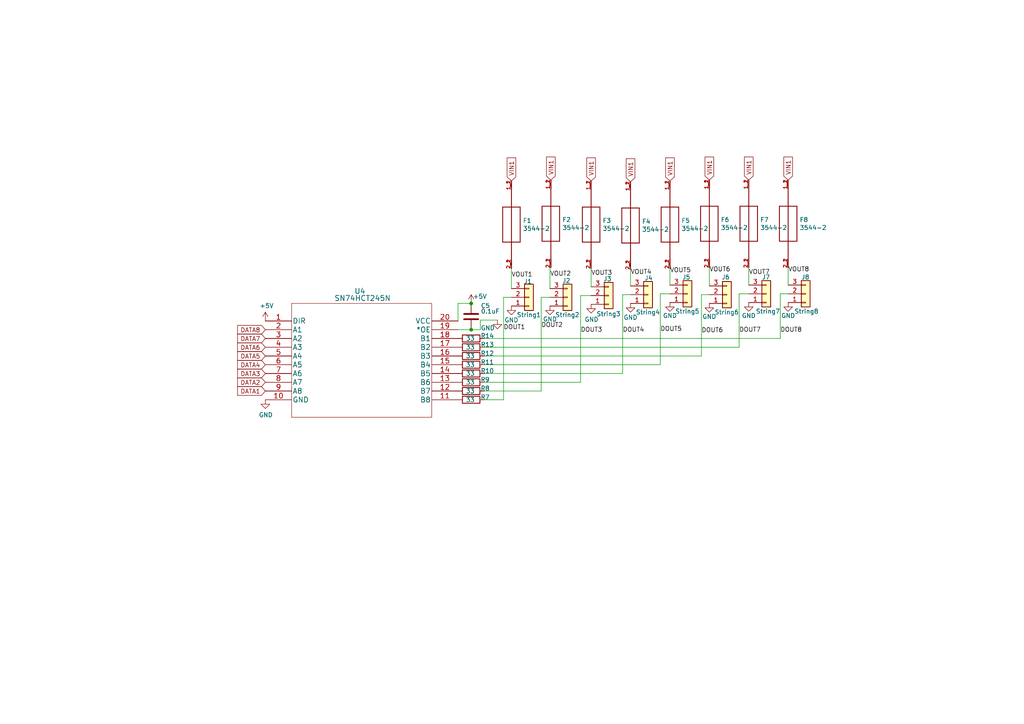
<source format=kicad_sch>
(kicad_sch (version 20211123) (generator eeschema)
  (paper "A4")
  (title_block (title "PB 16") (date "2022-05-26") (rev "v2.1") (company "Scott Hanson"))
  (lib_symbols
    (symbol "Connector_Generic:Conn_01x03" (pin_names (offset 1.016) hide)
      (property "Reference" "J" (at 0 5.08 0))
      (property "Value" "Conn_01x03" (at 0 -5.08 0))
      (symbol "Conn_01x03_1_1"
        (rectangle (start -1.27 -2.413) (end 0 -2.667) (stroke (width 0.1524)))
        (rectangle (start -1.27 0.127) (end 0 -0.127) (stroke (width 0.1524)))
        (rectangle (start -1.27 2.667) (end 0 2.413) (stroke (width 0.1524)))
        (rectangle (start -1.27 3.81) (end 1.27 -3.81) (stroke (width 0.254)) (fill (type background)))
        (pin passive line (at -5.08 2.54 0) (length 3.81) (name "Pin_1") (number "1"))
        (pin passive line (at -5.08 0 0) (length 3.81) (name "Pin_2") (number "2"))
        (pin passive line (at -5.08 -2.54 0) (length 3.81) (name "Pin_3") (number "3"))
      )
    )
    (symbol "Device:R" (pin_numbers hide) (pin_names (offset 0))
      (property "Reference" "R" (at 2.032 0 90))
      (property "Value" "R" (at 0 0 90))
      (symbol "R_0_1"
        (rectangle (start -1.016 -2.54) (end 1.016 2.54) (stroke (width 0.254)))
      )
      (symbol "R_1_1"
        (pin passive line (at 0 3.81 270) (length 1.27) (name "~") (number "1"))
        (pin passive line (at 0 -3.81 90) (length 1.27) (name "~") (number "2"))
      )
    )
    (symbol "PB_16-rescue:3544-2-Keystone_Fuse" (pin_names (offset 1.016) hide)
      (property "Reference" "F" (at -5.08 3.302 0))
      (property "Value" "3544-2-Keystone_Fuse" (at -5.08 -5.08 0))
      (symbol "3544-2-Keystone_Fuse_0_0"
        (polyline (pts (xy -12.7 0) (xy 12.7 0)) (stroke (width 0.254)))
        (polyline (pts (xy -5.08 -2.54) (xy -5.08 2.54)) (stroke (width 0.254)))
        (polyline (pts (xy -5.08 2.54) (xy 5.08 2.54)) (stroke (width 0.254)))
        (polyline (pts (xy 5.08 -2.54) (xy -5.08 -2.54)) (stroke (width 0.254)))
        (polyline (pts (xy 5.08 2.54) (xy 5.08 -2.54)) (stroke (width 0.254)))
        (pin passive line (at -12.7 0 0) (length 2.54) (name "1") (number "1_1"))
        (pin passive line (at -12.7 0 0) (length 2.54) (name "1") (number "1_2"))
        (pin passive line (at 12.7 0 180) (length 2.54) (name "2") (number "2_1"))
        (pin passive line (at 12.7 0 180) (length 2.54) (name "2") (number "2_2"))
      )
    )
    (symbol "PB_16-rescue:C-Device" (pin_numbers hide) (pin_names (offset 0.254))
      (property "Reference" "C" (at 0.635 2.54 0))
      (property "Value" "C-Device" (at 0.635 -2.54 0))
      (symbol "C-Device_0_1"
        (polyline (pts (xy -2.032 -0.762) (xy 2.032 -0.762)) (stroke (width 0.508)))
        (polyline (pts (xy -2.032 0.762) (xy 2.032 0.762)) (stroke (width 0.508)))
      )
      (symbol "C-Device_1_1"
        (pin passive line (at 0 3.81 270) (length 2.794) (name "~") (number "1"))
        (pin passive line (at 0 -3.81 90) (length 2.794) (name "~") (number "2"))
      )
    )
    (symbol "PB_16-rescue:SN74HCT245N-SN74HCT245N" (pin_names (offset 0.254))
      (property "Reference" "U" (at 27.94 10.16 0))
      (property "Value" "SN74HCT245N-SN74HCT245N" (at 27.94 7.62 0))
      (symbol "SN74HCT245N-SN74HCT245N_1_0"
        (polyline (pts (xy 7.62 -27.94) (xy 48.26 -27.94)) (stroke (width 0.127)))
        (polyline (pts (xy 7.62 5.08) (xy 7.62 -27.94)) (stroke (width 0.127)))
        (polyline (pts (xy 48.26 -27.94) (xy 48.26 5.08)) (stroke (width 0.127)))
        (polyline (pts (xy 48.26 5.08) (xy 7.62 5.08)) (stroke (width 0.127)))
        (pin input line (at 0 0 0) (length 7.62) (name "DIR") (number "1"))
        (pin power_in line (at 0 -22.86 0) (length 7.62) (name "GND") (number "10"))
        (pin bidirectional line (at 55.88 -22.86 180) (length 7.62) (name "B8") (number "11"))
        (pin bidirectional line (at 55.88 -20.32 180) (length 7.62) (name "B7") (number "12"))
        (pin bidirectional line (at 55.88 -17.78 180) (length 7.62) (name "B6") (number "13"))
        (pin bidirectional line (at 55.88 -15.24 180) (length 7.62) (name "B5") (number "14"))
        (pin bidirectional line (at 55.88 -12.7 180) (length 7.62) (name "B4") (number "15"))
        (pin bidirectional line (at 55.88 -10.16 180) (length 7.62) (name "B3") (number "16"))
        (pin bidirectional line (at 55.88 -7.62 180) (length 7.62) (name "B2") (number "17"))
        (pin bidirectional line (at 55.88 -5.08 180) (length 7.62) (name "B1") (number "18"))
        (pin input line (at 55.88 -2.54 180) (length 7.62) (name "*OE") (number "19"))
        (pin bidirectional line (at 0 -2.54 0) (length 7.62) (name "A1") (number "2"))
        (pin power_in line (at 55.88 0 180) (length 7.62) (name "VCC") (number "20"))
        (pin bidirectional line (at 0 -5.08 0) (length 7.62) (name "A2") (number "3"))
        (pin bidirectional line (at 0 -7.62 0) (length 7.62) (name "A3") (number "4"))
        (pin bidirectional line (at 0 -10.16 0) (length 7.62) (name "A4") (number "5"))
        (pin bidirectional line (at 0 -12.7 0) (length 7.62) (name "A5") (number "6"))
        (pin bidirectional line (at 0 -15.24 0) (length 7.62) (name "A6") (number "7"))
        (pin bidirectional line (at 0 -17.78 0) (length 7.62) (name "A7") (number "8"))
        (pin bidirectional line (at 0 -20.32 0) (length 7.62) (name "A8") (number "9"))
      )
    )
    (symbol "power:+5V" (power) (pin_names (offset 0))
      (property "Value" "+5V" (at 0 3.556 0))
      (symbol "+5V_0_1"
        (polyline (pts (xy -0.762 1.27) (xy 0 2.54)))
        (polyline (pts (xy 0 0) (xy 0 2.54)))
        (polyline (pts (xy 0 2.54) (xy 0.762 1.27)))
      )
      (symbol "+5V_1_1"
        (pin power_in line (at 0 0 90) (length 0) hide (name "+5V") (number "1"))
      )
    )
    (symbol "power:GND" (power) (pin_names (offset 0))
      (property "Value" "GND" (at 0 -3.81 0))
      (symbol "GND_0_1"
        (polyline (pts (xy 0 0) (xy 0 -1.27) (xy 1.27 -1.27) (xy 0 -2.54) (xy -1.27 -1.27) (xy 0 -1.27)))
      )
      (symbol "GND_1_1"
        (pin power_in line (at 0 0 270) (length 0) hide (name "GND") (number "1"))
      )
    )
  )
  (junction (at 136.652 88.011))
  (junction (at 136.652 95.631))
  (wire (pts (xy 140.462 110.871) (xy 168.402 110.871)))
  (wire (pts (xy 180.594 108.331) (xy 140.462 108.331)))
  (wire (pts (xy 146.05 115.951) (xy 140.462 115.951)))
  (wire (pts (xy 146.05 86.233) (xy 148.336 86.233)))
  (wire (pts (xy 159.512 77.597) (xy 159.766 77.597)))
  (wire (pts (xy 159.512 86.233) (xy 156.972 86.233)))
  (wire (pts (xy 139.319 92.837) (xy 139.319 95.631)))
  (wire (pts (xy 136.652 88.011) (xy 132.842 88.011)))
  (wire (pts (xy 194.31 82.677) (xy 194.31 77.851)))
  (wire (pts (xy 214.376 85.217) (xy 214.376 100.711)))
  (wire (pts (xy 205.74 77.597) (xy 205.74 82.931)))
  (wire (pts (xy 180.594 85.471) (xy 180.594 108.331)))
  (wire (pts (xy 171.45 77.851) (xy 171.45 83.185)))
  (wire (pts (xy 136.652 95.631) (xy 132.842 95.631)))
  (wire (pts (xy 205.74 85.471) (xy 203.454 85.471)))
  (wire (pts (xy 194.31 85.217) (xy 191.516 85.217)))
  (wire (pts (xy 144.272 92.837) (xy 139.319 92.837)))
  (wire (pts (xy 159.512 83.693) (xy 159.512 77.597)))
  (wire (pts (xy 226.314 85.217) (xy 226.314 98.171)))
  (wire (pts (xy 217.17 77.597) (xy 217.17 82.677)))
  (wire (pts (xy 168.402 85.725) (xy 171.45 85.725)))
  (wire (pts (xy 140.462 105.791) (xy 191.516 105.791)))
  (wire (pts (xy 203.454 85.471) (xy 203.454 103.251)))
  (wire (pts (xy 140.462 103.251) (xy 203.454 103.251)))
  (wire (pts (xy 214.376 85.217) (xy 217.17 85.217)))
  (wire (pts (xy 132.842 88.011) (xy 132.842 93.091)))
  (wire (pts (xy 140.462 100.711) (xy 214.376 100.711)))
  (wire (pts (xy 140.462 98.171) (xy 226.314 98.171)))
  (wire (pts (xy 226.314 85.217) (xy 228.6 85.217)))
  (wire (pts (xy 228.6 82.677) (xy 228.6 77.597)))
  (wire (pts (xy 148.336 77.851) (xy 148.336 83.693)))
  (wire (pts (xy 182.88 85.471) (xy 180.594 85.471)))
  (wire (pts (xy 136.652 95.631) (xy 139.319 95.631)))
  (wire (pts (xy 168.402 110.871) (xy 168.402 85.725)))
  (wire (pts (xy 156.972 113.411) (xy 140.462 113.411)))
  (wire (pts (xy 191.516 85.217) (xy 191.516 105.791)))
  (wire (pts (xy 182.88 82.931) (xy 182.88 78.105)))
  (wire (pts (xy 146.05 86.233) (xy 146.05 115.951)))
  (wire (pts (xy 156.972 86.233) (xy 156.972 113.411)))
  (label "DOUT8" (at 226.314 96.647 0))
  (label "DOUT5" (at 191.516 96.393 0))
  (label "DOUT1" (at 146.05 95.885 0))
  (label "VOUT8" (at 228.6 79.121 0))
  (label "DOUT3" (at 168.402 96.647 0))
  (label "DOUT2" (at 156.972 95.25 0))
  (label "VOUT5" (at 194.31 79.375 0))
  (label "VOUT2" (at 159.512 80.391 0))
  (label "VOUT4" (at 182.88 79.883 0))
  (label "VOUT6" (at 205.74 79.121 0))
  (label "DOUT6" (at 203.454 96.774 0))
  (label "VOUT7" (at 217.17 79.883 0))
  (label "VOUT3" (at 171.45 80.137 0))
  (label "DOUT7" (at 214.376 96.647 0))
  (label "VOUT1" (at 148.336 80.645 0))
  (label "DOUT4" (at 180.594 96.647 0))
  (global_label "DATA1" (shape input) (at 76.962 113.411 180) (property "Intersheet References" "${INTERSHEET_REFS}" (effects hide)))
  (global_label "VIN1" (shape input) (at 159.766 52.197 90) (property "Intersheet References" "${INTERSHEET_REFS}" (effects hide)))
  (global_label "VIN1" (shape input) (at 148.336 52.451 90) (property "Intersheet References" "${INTERSHEET_REFS}" (effects hide)))
  (global_label "VIN1" (shape input) (at 171.45 52.451 90) (property "Intersheet References" "${INTERSHEET_REFS}" (effects hide)))
  (global_label "DATA3" (shape input) (at 76.962 108.331 180) (property "Intersheet References" "${INTERSHEET_REFS}" (effects hide)))
  (global_label "VIN1" (shape input) (at 228.6 52.197 90) (property "Intersheet References" "${INTERSHEET_REFS}" (effects hide)))
  (global_label "DATA4" (shape input) (at 76.962 105.791 180) (property "Intersheet References" "${INTERSHEET_REFS}" (effects hide)))
  (global_label "DATA2" (shape input) (at 76.962 110.871 180) (property "Intersheet References" "${INTERSHEET_REFS}" (effects hide)))
  (global_label "VIN1" (shape input) (at 205.74 52.197 90) (property "Intersheet References" "${INTERSHEET_REFS}" (effects hide)))
  (global_label "VIN1" (shape input) (at 217.17 52.197 90) (property "Intersheet References" "${INTERSHEET_REFS}" (effects hide)))
  (global_label "DATA5" (shape input) (at 76.962 103.251 180) (property "Intersheet References" "${INTERSHEET_REFS}" (effects hide)))
  (global_label "DATA7" (shape input) (at 76.962 98.171 180) (property "Intersheet References" "${INTERSHEET_REFS}" (effects hide)))
  (global_label "DATA6" (shape input) (at 76.962 100.711 180) (property "Intersheet References" "${INTERSHEET_REFS}" (effects hide)))
  (global_label "VIN1" (shape input) (at 194.31 52.451 90) (property "Intersheet References" "${INTERSHEET_REFS}" (effects hide)))
  (global_label "VIN1" (shape input) (at 182.88 52.705 90) (property "Intersheet References" "${INTERSHEET_REFS}" (effects hide)))
  (global_label "DATA8" (shape input) (at 76.962 95.631 180) (property "Intersheet References" "${INTERSHEET_REFS}" (effects hide)))
  (symbol (lib_id "Connector_Generic:Conn_01x03") (at 153.416 86.233 0) (mirror x) (unit 1)
    (property "Reference" "J1" (at 151.892 81.661 0) (effects (justify left)))
    (property "Value" "String1" (at 149.86 91.313 0) (effects (justify left)))
    (property "Footprint" "Connector_Phoenix_MC:PhoenixContact_MCV_1,5_3-G-3.5_1x03_P3.50mm_Vertical" (effects hide))
    (property "Digi-Key_PN" "277-5737-ND/ED10555-ND" (effects hide))
    (property "MPN" "1843619/OSTTJ0311530" (effects hide))
    (property "LCSC" "C192778" (effects hide))
  )
  (symbol (lib_id "Connector_Generic:Conn_01x03") (at 164.592 86.233 0) (mirror x) (unit 1)
    (property "Reference" "J2" (at 163.068 81.407 0) (effects (justify left)))
    (property "Value" "String2" (at 161.036 91.313 0) (effects (justify left)))
    (property "Footprint" "Connector_Phoenix_MC:PhoenixContact_MCV_1,5_3-G-3.5_1x03_P3.50mm_Vertical" (effects hide))
    (property "Digi-Key_PN" "277-5737-ND/ED10555-ND" (effects hide))
    (property "MPN" "1843619/OSTTJ0311530" (effects hide))
    (property "LCSC" "C192778" (effects hide))
  )
  (symbol (lib_id "Connector_Generic:Conn_01x03") (at 176.53 85.725 0) (mirror x) (unit 1)
    (property "Reference" "J3" (at 175.006 80.899 0) (effects (justify left)))
    (property "Value" "String3" (at 172.974 91.059 0) (effects (justify left)))
    (property "Footprint" "Connector_Phoenix_MC:PhoenixContact_MCV_1,5_3-G-3.5_1x03_P3.50mm_Vertical" (effects hide))
    (property "Digi-Key_PN" "277-5737-ND/ED10555-ND" (effects hide))
    (property "MPN" "1843619/OSTTJ0311530" (effects hide))
    (property "LCSC" "C192778" (effects hide))
  )
  (symbol (lib_id "Connector_Generic:Conn_01x03") (at 187.96 85.471 0) (mirror x) (unit 1)
    (property "Reference" "J4" (at 186.944 80.645 0) (effects (justify left)))
    (property "Value" "String4" (at 184.404 90.551 0) (effects (justify left)))
    (property "Footprint" "Connector_Phoenix_MC:PhoenixContact_MCV_1,5_3-G-3.5_1x03_P3.50mm_Vertical" (effects hide))
    (property "Digi-Key_PN" "277-5737-ND/ED10555-ND" (effects hide))
    (property "MPN" "1843619/OSTTJ0311530" (effects hide))
    (property "LCSC" "C192778" (effects hide))
  )
  (symbol (lib_id "Connector_Generic:Conn_01x03") (at 199.39 85.217 0) (mirror x) (unit 1)
    (property "Reference" "J5" (at 197.866 80.391 0) (effects (justify left)))
    (property "Value" "String5" (at 195.834 90.297 0) (effects (justify left)))
    (property "Footprint" "Connector_Phoenix_MC:PhoenixContact_MCV_1,5_3-G-3.5_1x03_P3.50mm_Vertical" (effects hide))
    (property "Digi-Key_PN" "277-5737-ND/ED10555-ND" (effects hide))
    (property "MPN" "1843619/OSTTJ0311530" (effects hide))
    (property "LCSC" "C192778" (effects hide))
  )
  (symbol (lib_id "Connector_Generic:Conn_01x03") (at 210.82 85.471 0) (mirror x) (unit 1)
    (property "Reference" "J6" (at 209.296 80.391 0) (effects (justify left)))
    (property "Value" "String6" (at 207.264 90.551 0) (effects (justify left)))
    (property "Footprint" "Connector_Phoenix_MC:PhoenixContact_MCV_1,5_3-G-3.5_1x03_P3.50mm_Vertical" (effects hide))
    (property "Digi-Key_PN" "277-5737-ND/ED10555-ND" (effects hide))
    (property "MPN" "1843619/OSTTJ0311530" (effects hide))
    (property "LCSC" "C192778" (effects hide))
  )
  (symbol (lib_id "Connector_Generic:Conn_01x03") (at 222.25 85.217 0) (mirror x) (unit 1)
    (property "Reference" "J7" (at 220.98 80.391 0) (effects (justify left)))
    (property "Value" "String7" (at 219.202 90.297 0) (effects (justify left)))
    (property "Footprint" "Connector_Phoenix_MC:PhoenixContact_MCV_1,5_3-G-3.5_1x03_P3.50mm_Vertical" (effects hide))
    (property "Digi-Key_PN" "277-5737-ND/ED10555-ND" (effects hide))
    (property "MPN" "1843619/OSTTJ0311530" (effects hide))
    (property "LCSC" "C192778" (effects hide))
  )
  (symbol (lib_id "Connector_Generic:Conn_01x03") (at 233.68 85.217 0) (mirror x) (unit 1)
    (property "Reference" "J8" (at 232.41 80.391 0) (effects (justify left)))
    (property "Value" "String8" (at 230.378 90.297 0) (effects (justify left)))
    (property "Footprint" "Connector_Phoenix_MC:PhoenixContact_MCV_1,5_3-G-3.5_1x03_P3.50mm_Vertical" (effects hide))
    (property "Digi-Key_PN" "277-5737-ND/ED10555-ND" (effects hide))
    (property "MPN" "1843619/OSTTJ0311530" (effects hide))
    (property "LCSC" "C192778" (effects hide))
  )
  (symbol (lib_id "power:GND") (at 148.336 88.773 0) (unit 1)
    (property "Reference" "#PWR049" (effects hide))
    (property "Value" "GND" (at 148.336 92.837 0))
  )
  (symbol (lib_id "power:GND") (at 159.512 88.773 0) (unit 1)
    (property "Reference" "#PWR050" (effects hide))
    (property "Value" "GND" (at 159.512 92.583 0))
  )
  (symbol (lib_id "power:GND") (at 171.45 88.265 0) (unit 1)
    (property "Reference" "#PWR051" (effects hide))
    (property "Value" "GND" (at 171.577 92.6592 0))
  )
  (symbol (lib_id "power:GND") (at 182.88 88.011 0) (unit 1)
    (property "Reference" "#PWR052" (effects hide))
    (property "Value" "GND" (at 182.88 92.075 0))
  )
  (symbol (lib_id "power:GND") (at 194.31 87.757 0) (unit 1)
    (property "Reference" "#PWR053" (effects hide))
    (property "Value" "GND" (at 194.31 91.567 0))
  )
  (symbol (lib_id "power:GND") (at 205.74 88.011 0) (unit 1)
    (property "Reference" "#PWR054" (effects hide))
    (property "Value" "GND" (at 205.74 91.821 0))
  )
  (symbol (lib_id "power:GND") (at 217.17 87.757 0) (unit 1)
    (property "Reference" "#PWR055" (effects hide))
    (property "Value" "GND" (at 217.17 91.567 0))
  )
  (symbol (lib_id "power:GND") (at 228.6 87.757 0) (unit 1)
    (property "Reference" "#PWR056" (effects hide))
    (property "Value" "GND" (at 228.6 91.567 0))
  )
  (symbol (lib_id "PB_16-rescue:3544-2-Keystone_Fuse") (at 159.766 64.897 270) (unit 1)
    (property "Reference" "F2" (at 163.068 63.7286 90) (effects (justify left)))
    (property "Value" "3544-2" (at 163.068 66.04 90) (effects (justify left)))
    (property "Footprint" "Keystone_Fuse:FUSE_3544-2" (effects hide))
    (property "Field4" "3544-2" (effects hide))
    (property "Field5" "None" (effects hide))
    (property "Field6" "Unavailable" (effects hide))
    (property "Field7" "Fuse Clip; 500 VAC; 30 A; PCB; For 0.110 in. x 0.032 in. mini blade fuses" (effects hide))
    (property "Field8" "Keystone Electronics" (effects hide))
    (property "Digi-Key_PN" "36-3544-2-ND" (effects hide))
    (property "MPN" "3544-2" (effects hide))
    (property "LCSC" "C492610" (effects hide))
  )
  (symbol (lib_id "PB_16-rescue:3544-2-Keystone_Fuse") (at 171.45 65.151 270) (unit 1)
    (property "Reference" "F3" (at 174.752 63.9826 90) (effects (justify left)))
    (property "Value" "3544-2" (at 174.752 66.294 90) (effects (justify left)))
    (property "Footprint" "Keystone_Fuse:FUSE_3544-2" (effects hide))
    (property "Field4" "3544-2" (effects hide))
    (property "Field5" "None" (effects hide))
    (property "Field6" "Unavailable" (effects hide))
    (property "Field7" "Fuse Clip; 500 VAC; 30 A; PCB; For 0.110 in. x 0.032 in. mini blade fuses" (effects hide))
    (property "Field8" "Keystone Electronics" (effects hide))
    (property "Digi-Key_PN" "36-3544-2-ND" (effects hide))
    (property "MPN" "3544-2" (effects hide))
    (property "LCSC" "C492610" (effects hide))
  )
  (symbol (lib_id "PB_16-rescue:3544-2-Keystone_Fuse") (at 182.88 65.405 270) (unit 1)
    (property "Reference" "F4" (at 186.182 64.2366 90) (effects (justify left)))
    (property "Value" "3544-2" (at 186.182 66.548 90) (effects (justify left)))
    (property "Footprint" "Keystone_Fuse:FUSE_3544-2" (effects hide))
    (property "Field4" "3544-2" (effects hide))
    (property "Field5" "None" (effects hide))
    (property "Field6" "Unavailable" (effects hide))
    (property "Field7" "Fuse Clip; 500 VAC; 30 A; PCB; For 0.110 in. x 0.032 in. mini blade fuses" (effects hide))
    (property "Field8" "Keystone Electronics" (effects hide))
    (property "Digi-Key_PN" "36-3544-2-ND" (effects hide))
    (property "MPN" "3544-2" (effects hide))
    (property "LCSC" "C492610" (effects hide))
  )
  (symbol (lib_id "PB_16-rescue:3544-2-Keystone_Fuse") (at 194.31 65.151 270) (unit 1)
    (property "Reference" "F5" (at 197.612 63.9826 90) (effects (justify left)))
    (property "Value" "3544-2" (at 197.612 66.294 90) (effects (justify left)))
    (property "Footprint" "Keystone_Fuse:FUSE_3544-2" (effects hide))
    (property "Field4" "3544-2" (effects hide))
    (property "Field5" "None" (effects hide))
    (property "Field6" "Unavailable" (effects hide))
    (property "Field7" "Fuse Clip; 500 VAC; 30 A; PCB; For 0.110 in. x 0.032 in. mini blade fuses" (effects hide))
    (property "Field8" "Keystone Electronics" (effects hide))
    (property "Digi-Key_PN" "36-3544-2-ND" (effects hide))
    (property "MPN" "3544-2" (effects hide))
    (property "LCSC" "C492610" (effects hide))
  )
  (symbol (lib_id "PB_16-rescue:3544-2-Keystone_Fuse") (at 205.74 64.897 270) (unit 1)
    (property "Reference" "F6" (at 209.042 63.7286 90) (effects (justify left)))
    (property "Value" "3544-2" (at 209.042 66.04 90) (effects (justify left)))
    (property "Footprint" "Keystone_Fuse:FUSE_3544-2" (effects hide))
    (property "Field4" "3544-2" (effects hide))
    (property "Field5" "None" (effects hide))
    (property "Field6" "Unavailable" (effects hide))
    (property "Field7" "Fuse Clip; 500 VAC; 30 A; PCB; For 0.110 in. x 0.032 in. mini blade fuses" (effects hide))
    (property "Field8" "Keystone Electronics" (effects hide))
    (property "Digi-Key_PN" "36-3544-2-ND" (effects hide))
    (property "MPN" "3544-2" (effects hide))
    (property "LCSC" "C492610" (effects hide))
  )
  (symbol (lib_id "PB_16-rescue:3544-2-Keystone_Fuse") (at 217.17 64.897 270) (unit 1)
    (property "Reference" "F7" (at 220.472 63.7286 90) (effects (justify left)))
    (property "Value" "3544-2" (at 220.472 66.04 90) (effects (justify left)))
    (property "Footprint" "Keystone_Fuse:FUSE_3544-2" (effects hide))
    (property "Field4" "3544-2" (effects hide))
    (property "Field5" "None" (effects hide))
    (property "Field6" "Unavailable" (effects hide))
    (property "Field7" "Fuse Clip; 500 VAC; 30 A; PCB; For 0.110 in. x 0.032 in. mini blade fuses" (effects hide))
    (property "Field8" "Keystone Electronics" (effects hide))
    (property "Digi-Key_PN" "36-3544-2-ND" (effects hide))
    (property "MPN" "3544-2" (effects hide))
    (property "LCSC" "C492610" (effects hide))
  )
  (symbol (lib_id "PB_16-rescue:3544-2-Keystone_Fuse") (at 228.6 64.897 270) (unit 1)
    (property "Reference" "F8" (at 231.902 63.7286 90) (effects (justify left)))
    (property "Value" "3544-2" (at 231.902 66.04 90) (effects (justify left)))
    (property "Footprint" "Keystone_Fuse:FUSE_3544-2" (effects hide))
    (property "Field4" "3544-2" (effects hide))
    (property "Field5" "None" (effects hide))
    (property "Field6" "Unavailable" (effects hide))
    (property "Field7" "Fuse Clip; 500 VAC; 30 A; PCB; For 0.110 in. x 0.032 in. mini blade fuses" (effects hide))
    (property "Field8" "Keystone Electronics" (effects hide))
    (property "Digi-Key_PN" "36-3544-2-ND" (effects hide))
    (property "MPN" "3544-2" (effects hide))
    (property "LCSC" "C492610" (effects hide))
  )
  (symbol (lib_id "power:GND") (at 144.272 92.837 0) (unit 1)
    (property "Reference" "#PWR048" (effects hide))
    (property "Value" "GND" (at 141.478 95.123 0))
  )
  (symbol (lib_id "power:+5V") (at 76.962 93.091 0) (unit 1)
    (property "Reference" "#PWR045" (effects hide))
    (property "Value" "+5V" (at 77.343 88.6968 0))
  )
  (symbol (lib_id "power:GND") (at 76.962 115.951 0) (unit 1)
    (property "Reference" "#PWR046" (effects hide))
    (property "Value" "GND" (at 77.089 120.3452 0))
  )
  (symbol (lib_id "PB_16-rescue:C-Device") (at 136.652 91.821 0) (unit 1)
    (property "Reference" "C5" (at 139.446 88.646 0) (effects (justify left)))
    (property "Value" "0.1uF" (at 139.446 90.297 0) (effects (justify left)))
    (property "Footprint" "Capacitor_SMD:C_0805_2012Metric_Pad1.18x1.45mm_HandSolder" (effects hide))
    (property "Digi-Key_PN" "1276-1007-1-ND" (effects hide))
    (property "MPN" "CL21F104ZBCNNNC" (effects hide))
    (property "LCSC" "C49678" (effects hide))
  )
  (symbol (lib_id "power:+5V") (at 136.652 88.011 0) (unit 1)
    (property "Reference" "#PWR047" (effects hide))
    (property "Value" "+5V" (at 139.192 85.979 0))
  )
  (symbol (lib_id "PB_16-rescue:SN74HCT245N-SN74HCT245N") (at 76.962 93.091 0) (unit 1)
    (property "Reference" "U4" (at 104.394 84.455 0) (effects (font (size 1.524 1.524))))
    (property "Value" "SN74HCT245N" (at 105.156 86.487 0) (effects (font (size 1.524 1.524))))
    (property "Footprint" "SN74HCT245NSR:SN74HCT245NSR" (effects hide))
    (property "Digi-Key_PN" "296-15849-1-ND" (effects hide))
    (property "MPN" "SN74HCT245NSR" (effects hide))
    (property "LCSC" "C133641" (effects hide))
  )
  (symbol (lib_id "PB_16-rescue:3544-2-Keystone_Fuse") (at 148.336 65.151 270) (unit 1)
    (property "Reference" "F1" (at 151.638 63.9826 90) (effects (justify left)))
    (property "Value" "3544-2" (at 151.638 66.294 90) (effects (justify left)))
    (property "Footprint" "Keystone_Fuse:FUSE_3544-2" (effects hide))
    (property "Field4" "3544-2" (effects hide))
    (property "Field5" "None" (effects hide))
    (property "Field6" "Unavailable" (effects hide))
    (property "Field7" "Fuse Clip; 500 VAC; 30 A; PCB; For 0.110 in. x 0.032 in. mini blade fuses" (effects hide))
    (property "Field8" "Keystone Electronics" (effects hide))
    (property "Digi-Key_PN" "36-3544-2-ND" (effects hide))
    (property "MPN" "3544-2" (effects hide))
    (property "LCSC" "C492610" (effects hide))
  )
  (symbol (lib_id "Device:R") (at 136.652 105.791 90) (unit 1)
    (property "Reference" "R11" (at 141.351 105.029 90))
    (property "Value" "33" (at 136.398 105.791 90))
    (property "Footprint" "Resistor_SMD:R_0805_2012Metric_Pad1.20x1.40mm_HandSolder" (effects hide))
    (property "Digi-Key_PN" "RMCF0805JT33R0CT-ND" (effects hide))
    (property "LCSC" "C17634" (effects hide))
    (property "MPN" "RMCF0805JT33R0" (effects hide))
  )
  (symbol (lib_id "Device:R") (at 136.652 110.871 90) (unit 1)
    (property "Reference" "R9" (at 140.716 110.109 90))
    (property "Value" "33" (at 136.398 110.871 90))
    (property "Footprint" "Resistor_SMD:R_0805_2012Metric_Pad1.20x1.40mm_HandSolder" (effects hide))
    (property "Digi-Key_PN" "RMCF0805JT33R0CT-ND" (effects hide))
    (property "LCSC" "C17634" (effects hide))
    (property "MPN" "RMCF0805JT33R0" (effects hide))
  )
  (symbol (lib_id "Device:R") (at 136.652 100.711 90) (unit 1)
    (property "Reference" "R13" (at 141.351 99.949 90))
    (property "Value" "33" (at 136.398 100.711 90))
    (property "Footprint" "Resistor_SMD:R_0805_2012Metric_Pad1.20x1.40mm_HandSolder" (effects hide))
    (property "Digi-Key_PN" "RMCF0805JT33R0CT-ND" (effects hide))
    (property "LCSC" "C17634" (effects hide))
    (property "MPN" "RMCF0805JT33R0" (effects hide))
  )
  (symbol (lib_id "Device:R") (at 136.652 113.411 90) (unit 1)
    (property "Reference" "R8" (at 140.716 112.649 90))
    (property "Value" "33" (at 136.398 113.411 90))
    (property "Footprint" "Resistor_SMD:R_0805_2012Metric_Pad1.20x1.40mm_HandSolder" (effects hide))
    (property "Digi-Key_PN" "RMCF0805JT33R0CT-ND" (effects hide))
    (property "LCSC" "C17634" (effects hide))
    (property "MPN" "RMCF0805JT33R0" (effects hide))
  )
  (symbol (lib_id "Device:R") (at 136.652 115.951 90) (unit 1)
    (property "Reference" "R7" (at 140.716 115.189 90))
    (property "Value" "33" (at 136.398 115.951 90))
    (property "Footprint" "Resistor_SMD:R_0805_2012Metric_Pad1.20x1.40mm_HandSolder" (effects hide))
    (property "Digi-Key_PN" "RMCF0805JT33R0CT-ND" (effects hide))
    (property "LCSC" "C17634" (effects hide))
    (property "MPN" "RMCF0805JT33R0" (effects hide))
  )
  (symbol (lib_id "Device:R") (at 136.652 98.171 90) (unit 1)
    (property "Reference" "R14" (at 141.351 97.409 90))
    (property "Value" "33" (at 136.398 98.171 90))
    (property "Footprint" "Resistor_SMD:R_0805_2012Metric_Pad1.20x1.40mm_HandSolder" (effects hide))
    (property "Digi-Key_PN" "RMCF0805JT33R0CT-ND" (effects hide))
    (property "LCSC" "C17634" (effects hide))
    (property "MPN" "RMCF0805JT33R0" (effects hide))
  )
  (symbol (lib_id "Device:R") (at 136.652 103.251 90) (unit 1)
    (property "Reference" "R12" (at 141.351 102.489 90))
    (property "Value" "33" (at 136.398 103.251 90))
    (property "Footprint" "Resistor_SMD:R_0805_2012Metric_Pad1.20x1.40mm_HandSolder" (effects hide))
    (property "Digi-Key_PN" "RMCF0805JT33R0CT-ND" (effects hide))
    (property "LCSC" "C17634" (effects hide))
    (property "MPN" "RMCF0805JT33R0" (effects hide))
  )
  (symbol (lib_id "Device:R") (at 136.652 108.331 90) (unit 1)
    (property "Reference" "R10" (at 141.351 107.569 90))
    (property "Value" "33" (at 136.398 108.331 90))
    (property "Footprint" "Resistor_SMD:R_0805_2012Metric_Pad1.20x1.40mm_HandSolder" (effects hide))
    (property "Digi-Key_PN" "RMCF0805JT33R0CT-ND" (effects hide))
    (property "LCSC" "C17634" (effects hide))
    (property "MPN" "RMCF0805JT33R0" (effects hide))
  )
)
</source>
